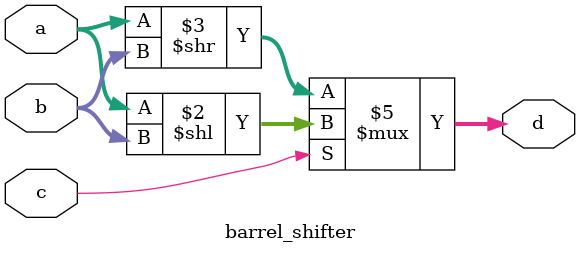
<source format=v>
module barrel_shifter(a,b,c,d);
  input [7:0]a;
  input [2:0]b;
  input c;
  output reg [7:0]d;
  always @(*)
    begin
      if(c)
        d=a<<b;
      else
        d=a>>b;
    end
endmodule

</source>
